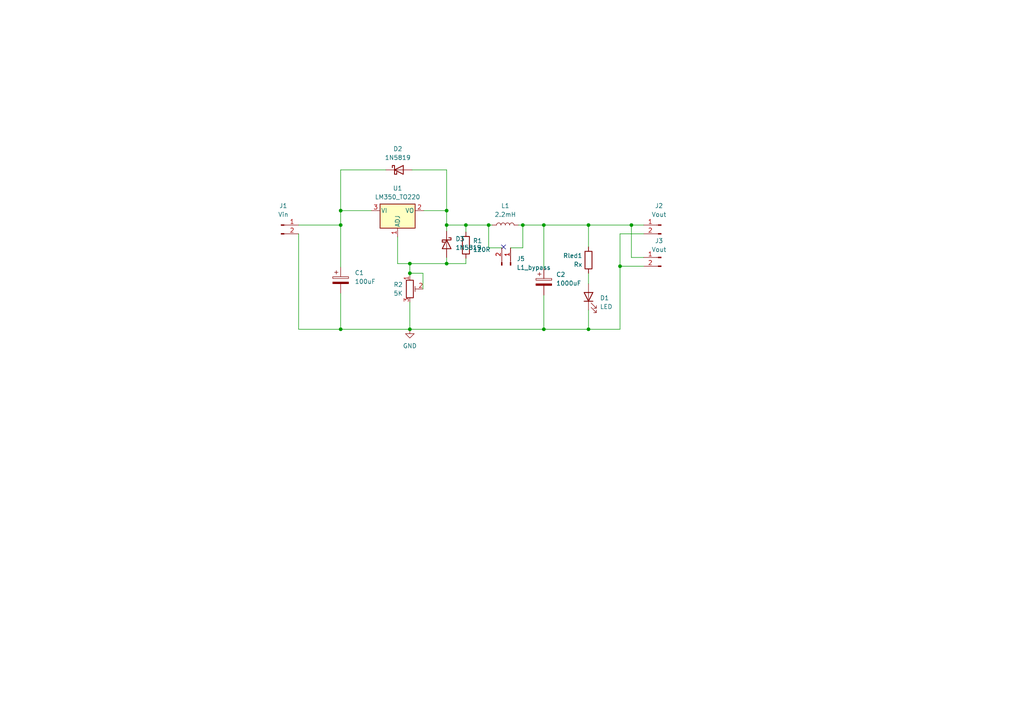
<source format=kicad_sch>
(kicad_sch (version 20230121) (generator eeschema)

  (uuid 6ee587ed-b4e3-4d4f-8182-29e51329fe85)

  (paper "A4")

  (lib_symbols
    (symbol "Connector:Conn_01x02_Male" (pin_names (offset 1.016) hide) (in_bom yes) (on_board yes)
      (property "Reference" "J" (at 0 2.54 0)
        (effects (font (size 1.27 1.27)))
      )
      (property "Value" "Conn_01x02_Male" (at 0 -5.08 0)
        (effects (font (size 1.27 1.27)))
      )
      (property "Footprint" "" (at 0 0 0)
        (effects (font (size 1.27 1.27)) hide)
      )
      (property "Datasheet" "~" (at 0 0 0)
        (effects (font (size 1.27 1.27)) hide)
      )
      (property "ki_keywords" "connector" (at 0 0 0)
        (effects (font (size 1.27 1.27)) hide)
      )
      (property "ki_description" "Generic connector, single row, 01x02, script generated (kicad-library-utils/schlib/autogen/connector/)" (at 0 0 0)
        (effects (font (size 1.27 1.27)) hide)
      )
      (property "ki_fp_filters" "Connector*:*_1x??_*" (at 0 0 0)
        (effects (font (size 1.27 1.27)) hide)
      )
      (symbol "Conn_01x02_Male_1_1"
        (polyline
          (pts
            (xy 1.27 -2.54)
            (xy 0.8636 -2.54)
          )
          (stroke (width 0.1524) (type default))
          (fill (type none))
        )
        (polyline
          (pts
            (xy 1.27 0)
            (xy 0.8636 0)
          )
          (stroke (width 0.1524) (type default))
          (fill (type none))
        )
        (rectangle (start 0.8636 -2.413) (end 0 -2.667)
          (stroke (width 0.1524) (type default))
          (fill (type outline))
        )
        (rectangle (start 0.8636 0.127) (end 0 -0.127)
          (stroke (width 0.1524) (type default))
          (fill (type outline))
        )
        (pin passive line (at 5.08 0 180) (length 3.81)
          (name "Pin_1" (effects (font (size 1.27 1.27))))
          (number "1" (effects (font (size 1.27 1.27))))
        )
        (pin passive line (at 5.08 -2.54 180) (length 3.81)
          (name "Pin_2" (effects (font (size 1.27 1.27))))
          (number "2" (effects (font (size 1.27 1.27))))
        )
      )
    )
    (symbol "Device:C_Polarized" (pin_numbers hide) (pin_names (offset 0.254)) (in_bom yes) (on_board yes)
      (property "Reference" "C" (at 0.635 2.54 0)
        (effects (font (size 1.27 1.27)) (justify left))
      )
      (property "Value" "C_Polarized" (at 0.635 -2.54 0)
        (effects (font (size 1.27 1.27)) (justify left))
      )
      (property "Footprint" "" (at 0.9652 -3.81 0)
        (effects (font (size 1.27 1.27)) hide)
      )
      (property "Datasheet" "~" (at 0 0 0)
        (effects (font (size 1.27 1.27)) hide)
      )
      (property "ki_keywords" "cap capacitor" (at 0 0 0)
        (effects (font (size 1.27 1.27)) hide)
      )
      (property "ki_description" "Polarized capacitor" (at 0 0 0)
        (effects (font (size 1.27 1.27)) hide)
      )
      (property "ki_fp_filters" "CP_*" (at 0 0 0)
        (effects (font (size 1.27 1.27)) hide)
      )
      (symbol "C_Polarized_0_1"
        (rectangle (start -2.286 0.508) (end 2.286 1.016)
          (stroke (width 0) (type default))
          (fill (type none))
        )
        (polyline
          (pts
            (xy -1.778 2.286)
            (xy -0.762 2.286)
          )
          (stroke (width 0) (type default))
          (fill (type none))
        )
        (polyline
          (pts
            (xy -1.27 2.794)
            (xy -1.27 1.778)
          )
          (stroke (width 0) (type default))
          (fill (type none))
        )
        (rectangle (start 2.286 -0.508) (end -2.286 -1.016)
          (stroke (width 0) (type default))
          (fill (type outline))
        )
      )
      (symbol "C_Polarized_1_1"
        (pin passive line (at 0 3.81 270) (length 2.794)
          (name "~" (effects (font (size 1.27 1.27))))
          (number "1" (effects (font (size 1.27 1.27))))
        )
        (pin passive line (at 0 -3.81 90) (length 2.794)
          (name "~" (effects (font (size 1.27 1.27))))
          (number "2" (effects (font (size 1.27 1.27))))
        )
      )
    )
    (symbol "Device:L" (pin_numbers hide) (pin_names (offset 1.016) hide) (in_bom yes) (on_board yes)
      (property "Reference" "L" (at -1.27 0 90)
        (effects (font (size 1.27 1.27)))
      )
      (property "Value" "L" (at 1.905 0 90)
        (effects (font (size 1.27 1.27)))
      )
      (property "Footprint" "" (at 0 0 0)
        (effects (font (size 1.27 1.27)) hide)
      )
      (property "Datasheet" "~" (at 0 0 0)
        (effects (font (size 1.27 1.27)) hide)
      )
      (property "ki_keywords" "inductor choke coil reactor magnetic" (at 0 0 0)
        (effects (font (size 1.27 1.27)) hide)
      )
      (property "ki_description" "Inductor" (at 0 0 0)
        (effects (font (size 1.27 1.27)) hide)
      )
      (property "ki_fp_filters" "Choke_* *Coil* Inductor_* L_*" (at 0 0 0)
        (effects (font (size 1.27 1.27)) hide)
      )
      (symbol "L_0_1"
        (arc (start 0 -2.54) (mid 0.6323 -1.905) (end 0 -1.27)
          (stroke (width 0) (type default))
          (fill (type none))
        )
        (arc (start 0 -1.27) (mid 0.6323 -0.635) (end 0 0)
          (stroke (width 0) (type default))
          (fill (type none))
        )
        (arc (start 0 0) (mid 0.6323 0.635) (end 0 1.27)
          (stroke (width 0) (type default))
          (fill (type none))
        )
        (arc (start 0 1.27) (mid 0.6323 1.905) (end 0 2.54)
          (stroke (width 0) (type default))
          (fill (type none))
        )
      )
      (symbol "L_1_1"
        (pin passive line (at 0 3.81 270) (length 1.27)
          (name "1" (effects (font (size 1.27 1.27))))
          (number "1" (effects (font (size 1.27 1.27))))
        )
        (pin passive line (at 0 -3.81 90) (length 1.27)
          (name "2" (effects (font (size 1.27 1.27))))
          (number "2" (effects (font (size 1.27 1.27))))
        )
      )
    )
    (symbol "Device:LED" (pin_numbers hide) (pin_names (offset 1.016) hide) (in_bom yes) (on_board yes)
      (property "Reference" "D" (at 0 2.54 0)
        (effects (font (size 1.27 1.27)))
      )
      (property "Value" "LED" (at 0 -2.54 0)
        (effects (font (size 1.27 1.27)))
      )
      (property "Footprint" "" (at 0 0 0)
        (effects (font (size 1.27 1.27)) hide)
      )
      (property "Datasheet" "~" (at 0 0 0)
        (effects (font (size 1.27 1.27)) hide)
      )
      (property "ki_keywords" "LED diode" (at 0 0 0)
        (effects (font (size 1.27 1.27)) hide)
      )
      (property "ki_description" "Light emitting diode" (at 0 0 0)
        (effects (font (size 1.27 1.27)) hide)
      )
      (property "ki_fp_filters" "LED* LED_SMD:* LED_THT:*" (at 0 0 0)
        (effects (font (size 1.27 1.27)) hide)
      )
      (symbol "LED_0_1"
        (polyline
          (pts
            (xy -1.27 -1.27)
            (xy -1.27 1.27)
          )
          (stroke (width 0.254) (type default))
          (fill (type none))
        )
        (polyline
          (pts
            (xy -1.27 0)
            (xy 1.27 0)
          )
          (stroke (width 0) (type default))
          (fill (type none))
        )
        (polyline
          (pts
            (xy 1.27 -1.27)
            (xy 1.27 1.27)
            (xy -1.27 0)
            (xy 1.27 -1.27)
          )
          (stroke (width 0.254) (type default))
          (fill (type none))
        )
        (polyline
          (pts
            (xy -3.048 -0.762)
            (xy -4.572 -2.286)
            (xy -3.81 -2.286)
            (xy -4.572 -2.286)
            (xy -4.572 -1.524)
          )
          (stroke (width 0) (type default))
          (fill (type none))
        )
        (polyline
          (pts
            (xy -1.778 -0.762)
            (xy -3.302 -2.286)
            (xy -2.54 -2.286)
            (xy -3.302 -2.286)
            (xy -3.302 -1.524)
          )
          (stroke (width 0) (type default))
          (fill (type none))
        )
      )
      (symbol "LED_1_1"
        (pin passive line (at -3.81 0 0) (length 2.54)
          (name "K" (effects (font (size 1.27 1.27))))
          (number "1" (effects (font (size 1.27 1.27))))
        )
        (pin passive line (at 3.81 0 180) (length 2.54)
          (name "A" (effects (font (size 1.27 1.27))))
          (number "2" (effects (font (size 1.27 1.27))))
        )
      )
    )
    (symbol "Device:R" (pin_numbers hide) (pin_names (offset 0)) (in_bom yes) (on_board yes)
      (property "Reference" "R" (at 2.032 0 90)
        (effects (font (size 1.27 1.27)))
      )
      (property "Value" "R" (at 0 0 90)
        (effects (font (size 1.27 1.27)))
      )
      (property "Footprint" "" (at -1.778 0 90)
        (effects (font (size 1.27 1.27)) hide)
      )
      (property "Datasheet" "~" (at 0 0 0)
        (effects (font (size 1.27 1.27)) hide)
      )
      (property "ki_keywords" "R res resistor" (at 0 0 0)
        (effects (font (size 1.27 1.27)) hide)
      )
      (property "ki_description" "Resistor" (at 0 0 0)
        (effects (font (size 1.27 1.27)) hide)
      )
      (property "ki_fp_filters" "R_*" (at 0 0 0)
        (effects (font (size 1.27 1.27)) hide)
      )
      (symbol "R_0_1"
        (rectangle (start -1.016 -2.54) (end 1.016 2.54)
          (stroke (width 0.254) (type default))
          (fill (type none))
        )
      )
      (symbol "R_1_1"
        (pin passive line (at 0 3.81 270) (length 1.27)
          (name "~" (effects (font (size 1.27 1.27))))
          (number "1" (effects (font (size 1.27 1.27))))
        )
        (pin passive line (at 0 -3.81 90) (length 1.27)
          (name "~" (effects (font (size 1.27 1.27))))
          (number "2" (effects (font (size 1.27 1.27))))
        )
      )
    )
    (symbol "Device:R_Potentiometer_Trim" (pin_names (offset 1.016) hide) (in_bom yes) (on_board yes)
      (property "Reference" "RV" (at -4.445 0 90)
        (effects (font (size 1.27 1.27)))
      )
      (property "Value" "R_Potentiometer_Trim" (at -2.54 0 90)
        (effects (font (size 1.27 1.27)))
      )
      (property "Footprint" "" (at 0 0 0)
        (effects (font (size 1.27 1.27)) hide)
      )
      (property "Datasheet" "~" (at 0 0 0)
        (effects (font (size 1.27 1.27)) hide)
      )
      (property "ki_keywords" "resistor variable trimpot trimmer" (at 0 0 0)
        (effects (font (size 1.27 1.27)) hide)
      )
      (property "ki_description" "Trim-potentiometer" (at 0 0 0)
        (effects (font (size 1.27 1.27)) hide)
      )
      (property "ki_fp_filters" "Potentiometer*" (at 0 0 0)
        (effects (font (size 1.27 1.27)) hide)
      )
      (symbol "R_Potentiometer_Trim_0_1"
        (polyline
          (pts
            (xy 1.524 0.762)
            (xy 1.524 -0.762)
          )
          (stroke (width 0) (type default))
          (fill (type none))
        )
        (polyline
          (pts
            (xy 2.54 0)
            (xy 1.524 0)
          )
          (stroke (width 0) (type default))
          (fill (type none))
        )
        (rectangle (start 1.016 2.54) (end -1.016 -2.54)
          (stroke (width 0.254) (type default))
          (fill (type none))
        )
      )
      (symbol "R_Potentiometer_Trim_1_1"
        (pin passive line (at 0 3.81 270) (length 1.27)
          (name "1" (effects (font (size 1.27 1.27))))
          (number "1" (effects (font (size 1.27 1.27))))
        )
        (pin passive line (at 3.81 0 180) (length 1.27)
          (name "2" (effects (font (size 1.27 1.27))))
          (number "2" (effects (font (size 1.27 1.27))))
        )
        (pin passive line (at 0 -3.81 90) (length 1.27)
          (name "3" (effects (font (size 1.27 1.27))))
          (number "3" (effects (font (size 1.27 1.27))))
        )
      )
    )
    (symbol "Diode:1N5819" (pin_numbers hide) (pin_names (offset 1.016) hide) (in_bom yes) (on_board yes)
      (property "Reference" "D" (at 0 2.54 0)
        (effects (font (size 1.27 1.27)))
      )
      (property "Value" "1N5819" (at 0 -2.54 0)
        (effects (font (size 1.27 1.27)))
      )
      (property "Footprint" "Diode_THT:D_DO-41_SOD81_P10.16mm_Horizontal" (at 0 -4.445 0)
        (effects (font (size 1.27 1.27)) hide)
      )
      (property "Datasheet" "http://www.vishay.com/docs/88525/1n5817.pdf" (at 0 0 0)
        (effects (font (size 1.27 1.27)) hide)
      )
      (property "ki_keywords" "diode Schottky" (at 0 0 0)
        (effects (font (size 1.27 1.27)) hide)
      )
      (property "ki_description" "40V 1A Schottky Barrier Rectifier Diode, DO-41" (at 0 0 0)
        (effects (font (size 1.27 1.27)) hide)
      )
      (property "ki_fp_filters" "D*DO?41*" (at 0 0 0)
        (effects (font (size 1.27 1.27)) hide)
      )
      (symbol "1N5819_0_1"
        (polyline
          (pts
            (xy 1.27 0)
            (xy -1.27 0)
          )
          (stroke (width 0) (type default))
          (fill (type none))
        )
        (polyline
          (pts
            (xy 1.27 1.27)
            (xy 1.27 -1.27)
            (xy -1.27 0)
            (xy 1.27 1.27)
          )
          (stroke (width 0.254) (type default))
          (fill (type none))
        )
        (polyline
          (pts
            (xy -1.905 0.635)
            (xy -1.905 1.27)
            (xy -1.27 1.27)
            (xy -1.27 -1.27)
            (xy -0.635 -1.27)
            (xy -0.635 -0.635)
          )
          (stroke (width 0.254) (type default))
          (fill (type none))
        )
      )
      (symbol "1N5819_1_1"
        (pin passive line (at -3.81 0 0) (length 2.54)
          (name "K" (effects (font (size 1.27 1.27))))
          (number "1" (effects (font (size 1.27 1.27))))
        )
        (pin passive line (at 3.81 0 180) (length 2.54)
          (name "A" (effects (font (size 1.27 1.27))))
          (number "2" (effects (font (size 1.27 1.27))))
        )
      )
    )
    (symbol "Regulator_Linear:LM350_TO220" (pin_names (offset 0.254)) (in_bom yes) (on_board yes)
      (property "Reference" "U" (at -3.81 3.175 0)
        (effects (font (size 1.27 1.27)))
      )
      (property "Value" "LM350_TO220" (at 0 3.175 0)
        (effects (font (size 1.27 1.27)) (justify left))
      )
      (property "Footprint" "Package_TO_SOT_THT:TO-220-3_Vertical" (at 0 6.35 0)
        (effects (font (size 1.27 1.27) italic) hide)
      )
      (property "Datasheet" "https://www.onsemi.com/pub/Collateral/LM350-D.pdf" (at 0 0 0)
        (effects (font (size 1.27 1.27)) hide)
      )
      (property "ki_keywords" "Adjustable Voltage Regulator 3A Positive" (at 0 0 0)
        (effects (font (size 1.27 1.27)) hide)
      )
      (property "ki_description" "3A 33V Adjustable Linear Regulator, TO-220" (at 0 0 0)
        (effects (font (size 1.27 1.27)) hide)
      )
      (property "ki_fp_filters" "TO?220*" (at 0 0 0)
        (effects (font (size 1.27 1.27)) hide)
      )
      (symbol "LM350_TO220_0_1"
        (rectangle (start -5.08 1.905) (end 5.08 -5.08)
          (stroke (width 0.254) (type default))
          (fill (type background))
        )
      )
      (symbol "LM350_TO220_1_1"
        (pin input line (at 0 -7.62 90) (length 2.54)
          (name "ADJ" (effects (font (size 1.27 1.27))))
          (number "1" (effects (font (size 1.27 1.27))))
        )
        (pin power_out line (at 7.62 0 180) (length 2.54)
          (name "VO" (effects (font (size 1.27 1.27))))
          (number "2" (effects (font (size 1.27 1.27))))
        )
        (pin power_in line (at -7.62 0 0) (length 2.54)
          (name "VI" (effects (font (size 1.27 1.27))))
          (number "3" (effects (font (size 1.27 1.27))))
        )
      )
    )
    (symbol "power:GND" (power) (pin_names (offset 0)) (in_bom yes) (on_board yes)
      (property "Reference" "#PWR" (at 0 -6.35 0)
        (effects (font (size 1.27 1.27)) hide)
      )
      (property "Value" "GND" (at 0 -3.81 0)
        (effects (font (size 1.27 1.27)))
      )
      (property "Footprint" "" (at 0 0 0)
        (effects (font (size 1.27 1.27)) hide)
      )
      (property "Datasheet" "" (at 0 0 0)
        (effects (font (size 1.27 1.27)) hide)
      )
      (property "ki_keywords" "global power" (at 0 0 0)
        (effects (font (size 1.27 1.27)) hide)
      )
      (property "ki_description" "Power symbol creates a global label with name \"GND\" , ground" (at 0 0 0)
        (effects (font (size 1.27 1.27)) hide)
      )
      (symbol "GND_0_1"
        (polyline
          (pts
            (xy 0 0)
            (xy 0 -1.27)
            (xy 1.27 -1.27)
            (xy 0 -2.54)
            (xy -1.27 -1.27)
            (xy 0 -1.27)
          )
          (stroke (width 0) (type default))
          (fill (type none))
        )
      )
      (symbol "GND_1_1"
        (pin power_in line (at 0 0 270) (length 0) hide
          (name "GND" (effects (font (size 1.27 1.27))))
          (number "1" (effects (font (size 1.27 1.27))))
        )
      )
    )
  )

  (junction (at 135.128 65.278) (diameter 0) (color 0 0 0 0)
    (uuid 1e8ed7e7-5768-4c13-813a-ac287fd8b764)
  )
  (junction (at 129.54 76.454) (diameter 0) (color 0 0 0 0)
    (uuid 3439aabb-0e9e-4f4f-9d02-d7c9dd061144)
  )
  (junction (at 118.872 76.454) (diameter 0) (color 0 0 0 0)
    (uuid 3f7d3327-f4ba-4723-aa86-c62b736755da)
  )
  (junction (at 129.54 61.087) (diameter 0) (color 0 0 0 0)
    (uuid 6063777e-1ed9-4164-a941-d47c8d60a59c)
  )
  (junction (at 170.688 95.504) (diameter 0) (color 0 0 0 0)
    (uuid 666e06ab-3a60-4699-a613-9fc977b4acf5)
  )
  (junction (at 118.872 95.504) (diameter 0) (color 0 0 0 0)
    (uuid 7d6bb62b-b7c1-495f-8737-b4a265011b3e)
  )
  (junction (at 170.688 65.278) (diameter 0) (color 0 0 0 0)
    (uuid 7dea52df-3449-4d96-8549-3dc4e27996c2)
  )
  (junction (at 157.734 65.278) (diameter 0) (color 0 0 0 0)
    (uuid 8c1f2c10-c284-428a-b3cd-0c20db114d3a)
  )
  (junction (at 179.832 77.216) (diameter 0) (color 0 0 0 0)
    (uuid 8c999780-1e1b-4d93-9623-e434200b9428)
  )
  (junction (at 98.806 61.087) (diameter 0) (color 0 0 0 0)
    (uuid b85ce757-0efe-465f-904c-a8cd0dd4fedf)
  )
  (junction (at 118.872 79.248) (diameter 0) (color 0 0 0 0)
    (uuid c105a353-c413-407d-ba10-7fefd62c97f4)
  )
  (junction (at 129.54 65.278) (diameter 0) (color 0 0 0 0)
    (uuid ce159324-e735-4b03-bb3b-c5b60d655d0c)
  )
  (junction (at 98.806 65.278) (diameter 0) (color 0 0 0 0)
    (uuid d1ab8570-d024-4b57-a90c-95a0af6b1cc4)
  )
  (junction (at 141.732 65.278) (diameter 0) (color 0 0 0 0)
    (uuid d8377835-b7e8-46a1-944b-2bb7b1f0db55)
  )
  (junction (at 183.134 65.278) (diameter 0) (color 0 0 0 0)
    (uuid e0a0314a-0ed5-44f7-9ca4-c22e40c72eb6)
  )
  (junction (at 151.638 65.278) (diameter 0) (color 0 0 0 0)
    (uuid f0657c50-5993-45b6-8868-4afb5a83e580)
  )
  (junction (at 157.734 95.504) (diameter 0) (color 0 0 0 0)
    (uuid f0e870bd-9dcb-4863-ba8b-506f670d2c5c)
  )
  (junction (at 98.806 95.504) (diameter 0) (color 0 0 0 0)
    (uuid f767deb9-8748-4f4d-b8fe-8c18135ffaa7)
  )

  (no_connect (at 146.05 71.628) (uuid 9f5e09ae-68b0-4c86-a09e-744fb6eb7c84))

  (wire (pts (xy 98.806 61.087) (xy 107.696 61.087))
    (stroke (width 0) (type default))
    (uuid 06bc3567-fd3c-4d98-9c00-023b4171a383)
  )
  (wire (pts (xy 129.54 65.278) (xy 129.54 67.056))
    (stroke (width 0) (type default))
    (uuid 07146cb7-89c2-4a42-956d-c281000aa612)
  )
  (wire (pts (xy 86.614 65.278) (xy 98.806 65.278))
    (stroke (width 0) (type default))
    (uuid 0b1d6adf-2f44-4474-9247-16e10fb6966d)
  )
  (wire (pts (xy 135.128 65.278) (xy 135.128 67.31))
    (stroke (width 0) (type default))
    (uuid 0cd76835-14d2-4a38-95d9-535ad6c5673a)
  )
  (wire (pts (xy 170.688 79.248) (xy 170.688 82.296))
    (stroke (width 0) (type default))
    (uuid 1055d027-c8bd-4ecb-b224-dd1a0b8324c6)
  )
  (wire (pts (xy 157.734 95.504) (xy 157.734 85.598))
    (stroke (width 0) (type default))
    (uuid 12b73a42-fb2a-44d2-9ef1-c02c0c232ae5)
  )
  (wire (pts (xy 170.688 65.278) (xy 170.688 71.628))
    (stroke (width 0) (type default))
    (uuid 230adb60-d08f-41c0-b2a6-665deff3ed39)
  )
  (wire (pts (xy 98.806 85.09) (xy 98.806 95.504))
    (stroke (width 0) (type default))
    (uuid 28c08647-17cb-4010-80f6-6cb72d66e0f4)
  )
  (wire (pts (xy 179.832 77.216) (xy 179.832 95.504))
    (stroke (width 0) (type default))
    (uuid 2c53e2b1-2aad-41bb-810b-420deae5a0b3)
  )
  (wire (pts (xy 157.734 65.278) (xy 170.688 65.278))
    (stroke (width 0) (type default))
    (uuid 2e98a3c3-5ab2-4e4d-9a0f-963cb08ab561)
  )
  (wire (pts (xy 151.638 65.278) (xy 157.734 65.278))
    (stroke (width 0) (type default))
    (uuid 3159d911-36b8-47f2-a9b8-50fc94ab741d)
  )
  (wire (pts (xy 98.806 49.276) (xy 98.806 61.087))
    (stroke (width 0) (type default))
    (uuid 32caffe9-f176-4f3f-ab00-74b521a4d607)
  )
  (wire (pts (xy 122.682 79.248) (xy 118.872 79.248))
    (stroke (width 0) (type default))
    (uuid 3716b501-ca25-410d-bfa2-985073a3d8bf)
  )
  (wire (pts (xy 98.806 95.504) (xy 118.872 95.504))
    (stroke (width 0) (type default))
    (uuid 3736e6c3-ae49-4a06-ab05-d9d6069d8442)
  )
  (wire (pts (xy 157.734 95.504) (xy 170.688 95.504))
    (stroke (width 0) (type default))
    (uuid 3aef1856-bc4c-4c6a-988b-66061543f68f)
  )
  (wire (pts (xy 186.69 74.676) (xy 183.134 74.676))
    (stroke (width 0) (type default))
    (uuid 3cbaae14-387f-4f46-a46c-0492bf35c77d)
  )
  (wire (pts (xy 98.806 61.087) (xy 98.806 65.278))
    (stroke (width 0) (type default))
    (uuid 47ea37fc-3448-4912-ad16-64926767ca69)
  )
  (wire (pts (xy 129.54 65.278) (xy 135.128 65.278))
    (stroke (width 0) (type default))
    (uuid 493ebccb-59d7-40dd-8c6b-55976a8c2381)
  )
  (wire (pts (xy 118.872 87.63) (xy 118.872 95.504))
    (stroke (width 0) (type default))
    (uuid 52577bfe-4214-496d-ac4e-faadd77a5259)
  )
  (wire (pts (xy 129.54 61.087) (xy 129.54 65.278))
    (stroke (width 0) (type default))
    (uuid 580c8bd8-0b14-492c-bcbd-ea52b261c9b3)
  )
  (wire (pts (xy 170.688 65.278) (xy 183.134 65.278))
    (stroke (width 0) (type default))
    (uuid 5cc43e77-0bff-428f-87da-92bab0a96ae3)
  )
  (wire (pts (xy 129.54 49.276) (xy 129.54 61.087))
    (stroke (width 0) (type default))
    (uuid 5dc40a68-1eef-4e5c-9af1-0283801619ff)
  )
  (wire (pts (xy 111.887 49.276) (xy 98.806 49.276))
    (stroke (width 0) (type default))
    (uuid 6008b89b-43b7-45e1-a5c8-baca4a058462)
  )
  (wire (pts (xy 122.682 83.82) (xy 122.682 79.248))
    (stroke (width 0) (type default))
    (uuid 61d0cc67-e477-4ef3-b686-cd8a3bb2b6f0)
  )
  (wire (pts (xy 118.872 76.454) (xy 118.872 79.248))
    (stroke (width 0) (type default))
    (uuid 636ef80f-f68e-4df8-b71e-b46956d2ea6c)
  )
  (wire (pts (xy 135.128 65.278) (xy 141.732 65.278))
    (stroke (width 0) (type default))
    (uuid 66a7db8d-d41e-4859-b3f1-b41a029e0b8f)
  )
  (wire (pts (xy 183.134 74.676) (xy 183.134 65.278))
    (stroke (width 0) (type default))
    (uuid 6a46512e-82af-4746-8bb9-0f8fd6628008)
  )
  (wire (pts (xy 141.732 71.882) (xy 141.732 65.278))
    (stroke (width 0) (type default))
    (uuid 82807fe9-606d-4e3f-9a1d-19baeab486d2)
  )
  (wire (pts (xy 170.688 95.504) (xy 179.832 95.504))
    (stroke (width 0) (type default))
    (uuid 8a416ec1-de22-43b6-836c-2b3f1ad19adb)
  )
  (wire (pts (xy 179.832 77.216) (xy 186.69 77.216))
    (stroke (width 0) (type default))
    (uuid 8ddf9098-e292-4c4c-946a-58a707a07e8a)
  )
  (wire (pts (xy 179.832 77.216) (xy 179.832 67.818))
    (stroke (width 0) (type default))
    (uuid 8f39e8db-fe9e-468a-a008-b2b5436781e2)
  )
  (wire (pts (xy 118.872 95.504) (xy 157.734 95.504))
    (stroke (width 0) (type default))
    (uuid 90644598-e95d-49c8-b50f-c3b7d1a69db5)
  )
  (wire (pts (xy 151.638 71.882) (xy 151.638 65.278))
    (stroke (width 0) (type default))
    (uuid 92195c4e-8137-415c-b221-4ed8a060ac19)
  )
  (wire (pts (xy 118.872 79.248) (xy 118.872 80.01))
    (stroke (width 0) (type default))
    (uuid 9338fdf8-c4e5-429a-9396-191a6d789659)
  )
  (wire (pts (xy 129.54 76.454) (xy 118.872 76.454))
    (stroke (width 0) (type default))
    (uuid 956a572c-8967-4dee-91ed-26544f9d6f88)
  )
  (wire (pts (xy 135.128 74.93) (xy 135.128 76.454))
    (stroke (width 0) (type default))
    (uuid 9595dbd4-6af1-4ca9-81ed-b890e9bb44fc)
  )
  (wire (pts (xy 141.732 65.278) (xy 142.748 65.278))
    (stroke (width 0) (type default))
    (uuid 9a5edcef-76c0-4467-a793-37d0dbf5f063)
  )
  (wire (pts (xy 115.316 76.454) (xy 118.872 76.454))
    (stroke (width 0) (type default))
    (uuid a3c0595c-24a7-4b86-9118-e5fda36131e5)
  )
  (wire (pts (xy 115.316 68.707) (xy 115.316 76.454))
    (stroke (width 0) (type default))
    (uuid a7af54b8-bb5e-4844-a897-9e59b9184671)
  )
  (wire (pts (xy 179.832 67.818) (xy 186.69 67.818))
    (stroke (width 0) (type default))
    (uuid acac8a07-36b8-4b65-9013-0c005f2bd067)
  )
  (wire (pts (xy 122.936 61.087) (xy 129.54 61.087))
    (stroke (width 0) (type default))
    (uuid aeb1193e-8203-448f-82cd-f0d0039f18b1)
  )
  (wire (pts (xy 129.54 74.676) (xy 129.54 76.454))
    (stroke (width 0) (type default))
    (uuid b1178fa2-f4b8-46fb-9d79-674bb268da87)
  )
  (wire (pts (xy 98.806 65.278) (xy 98.806 77.47))
    (stroke (width 0) (type default))
    (uuid b33ac259-e4ae-4509-a17a-5f208c5b700e)
  )
  (wire (pts (xy 150.368 65.278) (xy 151.638 65.278))
    (stroke (width 0) (type default))
    (uuid b7929601-0723-478a-b8c2-1a978c56bd0b)
  )
  (wire (pts (xy 86.614 67.818) (xy 86.614 95.504))
    (stroke (width 0) (type default))
    (uuid bc4f077b-9f0e-4e41-9d8c-f85d5880585a)
  )
  (wire (pts (xy 86.614 95.504) (xy 98.806 95.504))
    (stroke (width 0) (type default))
    (uuid c6fd32a2-9751-47d7-9e50-d73773143e35)
  )
  (wire (pts (xy 170.688 89.916) (xy 170.688 95.504))
    (stroke (width 0) (type default))
    (uuid c7d767cf-47de-4ea4-93d2-f069ca19e882)
  )
  (wire (pts (xy 157.734 65.278) (xy 157.734 77.978))
    (stroke (width 0) (type default))
    (uuid dfb9e980-57c5-43e4-a59a-c9db4d9a40d9)
  )
  (wire (pts (xy 135.128 76.454) (xy 129.54 76.454))
    (stroke (width 0) (type default))
    (uuid e33ff8c6-4328-4065-b83b-3f9e57d44bec)
  )
  (wire (pts (xy 119.507 49.276) (xy 129.54 49.276))
    (stroke (width 0) (type default))
    (uuid e4ddd8d2-5617-4908-b222-e67f82240f30)
  )
  (wire (pts (xy 145.542 71.882) (xy 141.732 71.882))
    (stroke (width 0) (type default))
    (uuid f2d5b547-a0c3-43db-aa34-7c62440fa564)
  )
  (wire (pts (xy 183.134 65.278) (xy 186.69 65.278))
    (stroke (width 0) (type default))
    (uuid fc19da84-8cc8-4174-998e-7492b938eaac)
  )
  (wire (pts (xy 148.082 71.882) (xy 151.638 71.882))
    (stroke (width 0) (type default))
    (uuid fef617cb-2a94-4ec8-894a-bc1a8b17a977)
  )

  (symbol (lib_id "Connector:Conn_01x02_Male") (at 81.534 65.278 0) (unit 1)
    (in_bom yes) (on_board yes) (dnp no) (fields_autoplaced)
    (uuid 01b1074b-23d1-4d73-8766-a8ed780966e0)
    (property "Reference" "J1" (at 82.169 59.69 0)
      (effects (font (size 1.27 1.27)))
    )
    (property "Value" "Vin" (at 82.169 62.23 0)
      (effects (font (size 1.27 1.27)))
    )
    (property "Footprint" "TerminalBlock:TerminalBlock_bornier-2_P5.08mm" (at 81.534 65.278 0)
      (effects (font (size 1.27 1.27)) hide)
    )
    (property "Datasheet" "~" (at 81.534 65.278 0)
      (effects (font (size 1.27 1.27)) hide)
    )
    (pin "1" (uuid df45ff84-03de-41fa-997c-0b45684a722f))
    (pin "2" (uuid a9d7597c-5ce3-481e-a462-f29ad6b4c6d8))
    (instances
      (project "ULN_PowerSupply_v2_0"
        (path "/6ee587ed-b4e3-4d4f-8182-29e51329fe85"
          (reference "J1") (unit 1)
        )
      )
    )
  )

  (symbol (lib_id "Connector:Conn_01x02_Male") (at 191.77 65.278 0) (mirror y) (unit 1)
    (in_bom yes) (on_board yes) (dnp no) (fields_autoplaced)
    (uuid 12d1d05d-8333-4f63-a511-7d1951165ab9)
    (property "Reference" "J2" (at 191.135 59.69 0)
      (effects (font (size 1.27 1.27)))
    )
    (property "Value" "Vout" (at 191.135 62.23 0)
      (effects (font (size 1.27 1.27)))
    )
    (property "Footprint" "TerminalBlock:TerminalBlock_bornier-2_P5.08mm" (at 191.77 65.278 0)
      (effects (font (size 1.27 1.27)) hide)
    )
    (property "Datasheet" "~" (at 191.77 65.278 0)
      (effects (font (size 1.27 1.27)) hide)
    )
    (pin "1" (uuid ef61fcb9-6ea5-48e3-9600-3ea903c90fc1))
    (pin "2" (uuid 84d3093a-d682-42bc-a459-06aa8fd9494f))
    (instances
      (project "ULN_PowerSupply_v2_0"
        (path "/6ee587ed-b4e3-4d4f-8182-29e51329fe85"
          (reference "J2") (unit 1)
        )
      )
    )
  )

  (symbol (lib_id "Device:C_Polarized") (at 98.806 81.28 0) (unit 1)
    (in_bom yes) (on_board yes) (dnp no) (fields_autoplaced)
    (uuid 22027211-983e-4c85-adda-49bc56742cc1)
    (property "Reference" "C1" (at 102.87 79.121 0)
      (effects (font (size 1.27 1.27)) (justify left))
    )
    (property "Value" "100uF" (at 102.87 81.661 0)
      (effects (font (size 1.27 1.27)) (justify left))
    )
    (property "Footprint" "Capacitor_THT:CP_Radial_D8.0mm_P3.50mm" (at 99.7712 85.09 0)
      (effects (font (size 1.27 1.27)) hide)
    )
    (property "Datasheet" "~" (at 98.806 81.28 0)
      (effects (font (size 1.27 1.27)) hide)
    )
    (pin "1" (uuid fce578d2-6bd0-4f0a-bd7b-23486fc4906c))
    (pin "2" (uuid 3608b9b8-7a11-438e-9f40-2acbc6fec95a))
    (instances
      (project "ULN_PowerSupply_v2_0"
        (path "/6ee587ed-b4e3-4d4f-8182-29e51329fe85"
          (reference "C1") (unit 1)
        )
      )
    )
  )

  (symbol (lib_id "Device:R") (at 170.688 75.438 0) (unit 1)
    (in_bom yes) (on_board yes) (dnp no) (fields_autoplaced)
    (uuid 48f95eb7-9640-4f89-ab79-60efc45c43ba)
    (property "Reference" "Rled1" (at 168.91 74.168 0)
      (effects (font (size 1.27 1.27)) (justify right))
    )
    (property "Value" "Rx" (at 168.91 76.708 0)
      (effects (font (size 1.27 1.27)) (justify right))
    )
    (property "Footprint" "Resistor_THT:R_Axial_DIN0207_L6.3mm_D2.5mm_P7.62mm_Horizontal" (at 168.91 75.438 90)
      (effects (font (size 1.27 1.27)) hide)
    )
    (property "Datasheet" "~" (at 170.688 75.438 0)
      (effects (font (size 1.27 1.27)) hide)
    )
    (pin "1" (uuid 2207fea8-b630-48bb-83c1-34b3c4f54226))
    (pin "2" (uuid c59f1281-177c-4732-a474-7cfeaecbfa3d))
    (instances
      (project "ULN_PowerSupply_v2_0"
        (path "/6ee587ed-b4e3-4d4f-8182-29e51329fe85"
          (reference "Rled1") (unit 1)
        )
      )
    )
  )

  (symbol (lib_id "Device:R_Potentiometer_Trim") (at 118.872 83.82 0) (unit 1)
    (in_bom yes) (on_board yes) (dnp no) (fields_autoplaced)
    (uuid 545d99da-6acd-4408-9cdd-9be361aa00eb)
    (property "Reference" "R2" (at 116.84 82.55 0)
      (effects (font (size 1.27 1.27)) (justify right))
    )
    (property "Value" "5K" (at 116.84 85.09 0)
      (effects (font (size 1.27 1.27)) (justify right))
    )
    (property "Footprint" "Potentiometer_THT:Potentiometer_Bourns_3296W_Vertical" (at 118.872 83.82 0)
      (effects (font (size 1.27 1.27)) hide)
    )
    (property "Datasheet" "~" (at 118.872 83.82 0)
      (effects (font (size 1.27 1.27)) hide)
    )
    (pin "1" (uuid 287e57af-f220-40cd-b795-28140824d4d7))
    (pin "2" (uuid 88ebf1f7-f053-4ec8-a72e-39d8d418db77))
    (pin "3" (uuid fca4a5d9-dc44-4f88-9995-956e6fdfd05a))
    (instances
      (project "ULN_PowerSupply_v2_0"
        (path "/6ee587ed-b4e3-4d4f-8182-29e51329fe85"
          (reference "R2") (unit 1)
        )
      )
    )
  )

  (symbol (lib_id "Regulator_Linear:LM350_TO220") (at 115.316 61.087 0) (unit 1)
    (in_bom yes) (on_board yes) (dnp no) (fields_autoplaced)
    (uuid 556751d5-ef35-4744-901d-cde8b71486c0)
    (property "Reference" "U1" (at 115.316 54.61 0)
      (effects (font (size 1.27 1.27)))
    )
    (property "Value" "LM350_TO220" (at 115.316 57.15 0)
      (effects (font (size 1.27 1.27)))
    )
    (property "Footprint" "Package_TO_SOT_THT:TO-220-3_Vertical" (at 115.316 54.737 0)
      (effects (font (size 1.27 1.27) italic) hide)
    )
    (property "Datasheet" "https://www.onsemi.com/pub/Collateral/LM350-D.pdf" (at 115.316 61.087 0)
      (effects (font (size 1.27 1.27)) hide)
    )
    (pin "1" (uuid 5da4b649-99d3-44a7-ab6f-8d5fae2ebcd4))
    (pin "2" (uuid 58553f73-9a32-458c-9f51-3f85e972a633))
    (pin "3" (uuid 0920a670-0f1f-43b1-9b7a-268d7a2f3b86))
    (instances
      (project "ULN_PowerSupply_v2_0"
        (path "/6ee587ed-b4e3-4d4f-8182-29e51329fe85"
          (reference "U1") (unit 1)
        )
      )
    )
  )

  (symbol (lib_id "Connector:Conn_01x02_Male") (at 148.082 76.962 270) (mirror x) (unit 1)
    (in_bom yes) (on_board yes) (dnp no) (fields_autoplaced)
    (uuid 8b0f5562-a99a-4b1a-974c-257b596dc6a9)
    (property "Reference" "J5" (at 149.86 75.057 90)
      (effects (font (size 1.27 1.27)) (justify left))
    )
    (property "Value" "L1_bypass" (at 149.86 77.597 90)
      (effects (font (size 1.27 1.27)) (justify left))
    )
    (property "Footprint" "TestPoint:TestPoint_2Pads_Pitch2.54mm_Drill0.8mm" (at 148.082 76.962 0)
      (effects (font (size 1.27 1.27)) hide)
    )
    (property "Datasheet" "~" (at 148.082 76.962 0)
      (effects (font (size 1.27 1.27)) hide)
    )
    (pin "1" (uuid 78701d6d-d25f-4602-b8a5-a936a8dac6c1))
    (pin "2" (uuid 5eeaf22b-39fe-4bd5-ac83-626f48ca5e2a))
    (instances
      (project "ULN_PowerSupply_v2_0"
        (path "/6ee587ed-b4e3-4d4f-8182-29e51329fe85"
          (reference "J5") (unit 1)
        )
      )
    )
  )

  (symbol (lib_id "Connector:Conn_01x02_Male") (at 191.77 74.676 0) (mirror y) (unit 1)
    (in_bom yes) (on_board yes) (dnp no) (fields_autoplaced)
    (uuid 925f411f-cb17-499d-b2ce-0e3f7ab35dbd)
    (property "Reference" "J3" (at 191.135 69.85 0)
      (effects (font (size 1.27 1.27)))
    )
    (property "Value" "Vout" (at 191.135 72.39 0)
      (effects (font (size 1.27 1.27)))
    )
    (property "Footprint" "TerminalBlock:TerminalBlock_bornier-2_P5.08mm" (at 191.77 74.676 0)
      (effects (font (size 1.27 1.27)) hide)
    )
    (property "Datasheet" "~" (at 191.77 74.676 0)
      (effects (font (size 1.27 1.27)) hide)
    )
    (pin "1" (uuid bb609999-438c-46df-bcf3-9075d29346f0))
    (pin "2" (uuid c45950c1-c370-437a-b12e-d40df1b7506e))
    (instances
      (project "ULN_PowerSupply_v2_0"
        (path "/6ee587ed-b4e3-4d4f-8182-29e51329fe85"
          (reference "J3") (unit 1)
        )
      )
    )
  )

  (symbol (lib_id "Diode:1N5819") (at 129.54 70.866 270) (unit 1)
    (in_bom yes) (on_board yes) (dnp no) (fields_autoplaced)
    (uuid b416e77c-b0fe-42ab-babb-b6de7289c166)
    (property "Reference" "D3" (at 132.08 69.2785 90)
      (effects (font (size 1.27 1.27)) (justify left))
    )
    (property "Value" "1N5819" (at 132.08 71.8185 90)
      (effects (font (size 1.27 1.27)) (justify left))
    )
    (property "Footprint" "Diode_THT:D_DO-41_SOD81_P10.16mm_Horizontal" (at 125.095 70.866 0)
      (effects (font (size 1.27 1.27)) hide)
    )
    (property "Datasheet" "http://www.vishay.com/docs/88525/1n5817.pdf" (at 129.54 70.866 0)
      (effects (font (size 1.27 1.27)) hide)
    )
    (pin "1" (uuid a57974be-f805-4240-978d-cbba89655302))
    (pin "2" (uuid 77111a12-4b43-4231-95e1-c1dfe4d77f1f))
    (instances
      (project "ULN_PowerSupply_v2_0"
        (path "/6ee587ed-b4e3-4d4f-8182-29e51329fe85"
          (reference "D3") (unit 1)
        )
      )
    )
  )

  (symbol (lib_id "Diode:1N5819") (at 115.697 49.276 0) (unit 1)
    (in_bom yes) (on_board yes) (dnp no) (fields_autoplaced)
    (uuid bea206b5-bd0e-493d-837b-a0f910b2e300)
    (property "Reference" "D2" (at 115.3795 43.18 0)
      (effects (font (size 1.27 1.27)))
    )
    (property "Value" "1N5819" (at 115.3795 45.72 0)
      (effects (font (size 1.27 1.27)))
    )
    (property "Footprint" "Diode_THT:D_DO-41_SOD81_P10.16mm_Horizontal" (at 115.697 53.721 0)
      (effects (font (size 1.27 1.27)) hide)
    )
    (property "Datasheet" "http://www.vishay.com/docs/88525/1n5817.pdf" (at 115.697 49.276 0)
      (effects (font (size 1.27 1.27)) hide)
    )
    (pin "1" (uuid 2d8e59fb-9810-476a-b775-cbd972e7bba5))
    (pin "2" (uuid 89641a24-e377-4748-9f54-fd6ebb47a5ac))
    (instances
      (project "ULN_PowerSupply_v2_0"
        (path "/6ee587ed-b4e3-4d4f-8182-29e51329fe85"
          (reference "D2") (unit 1)
        )
      )
    )
  )

  (symbol (lib_id "Device:C_Polarized") (at 157.734 81.788 0) (unit 1)
    (in_bom yes) (on_board yes) (dnp no) (fields_autoplaced)
    (uuid c8e090d4-c854-48be-a38a-2948209e3f45)
    (property "Reference" "C2" (at 161.29 79.629 0)
      (effects (font (size 1.27 1.27)) (justify left))
    )
    (property "Value" "1000uF" (at 161.29 82.169 0)
      (effects (font (size 1.27 1.27)) (justify left))
    )
    (property "Footprint" "Capacitor_THT:CP_Radial_D16.0mm_P7.50mm" (at 158.6992 85.598 0)
      (effects (font (size 1.27 1.27)) hide)
    )
    (property "Datasheet" "~" (at 157.734 81.788 0)
      (effects (font (size 1.27 1.27)) hide)
    )
    (pin "1" (uuid c27a7299-5f17-48b3-8833-9f746fe1646b))
    (pin "2" (uuid 1b32d187-1c91-4483-8a7d-d9316b3ffe8c))
    (instances
      (project "ULN_PowerSupply_v2_0"
        (path "/6ee587ed-b4e3-4d4f-8182-29e51329fe85"
          (reference "C2") (unit 1)
        )
      )
    )
  )

  (symbol (lib_id "Device:R") (at 135.128 71.12 0) (unit 1)
    (in_bom yes) (on_board yes) (dnp no) (fields_autoplaced)
    (uuid d060d5d1-ebd7-4202-9d18-bfbf2f61367c)
    (property "Reference" "R1" (at 137.16 69.85 0)
      (effects (font (size 1.27 1.27)) (justify left))
    )
    (property "Value" "120R" (at 137.16 72.39 0)
      (effects (font (size 1.27 1.27)) (justify left))
    )
    (property "Footprint" "Resistor_THT:R_Axial_DIN0207_L6.3mm_D2.5mm_P7.62mm_Horizontal" (at 133.35 71.12 90)
      (effects (font (size 1.27 1.27)) hide)
    )
    (property "Datasheet" "~" (at 135.128 71.12 0)
      (effects (font (size 1.27 1.27)) hide)
    )
    (pin "1" (uuid a29ad31b-9101-49d6-af15-d19842f0ec10))
    (pin "2" (uuid 570f345c-1bc8-45c4-93d5-07e3ae791af6))
    (instances
      (project "ULN_PowerSupply_v2_0"
        (path "/6ee587ed-b4e3-4d4f-8182-29e51329fe85"
          (reference "R1") (unit 1)
        )
      )
    )
  )

  (symbol (lib_id "Device:LED") (at 170.688 86.106 90) (unit 1)
    (in_bom yes) (on_board yes) (dnp no) (fields_autoplaced)
    (uuid dc49ca0c-3e8f-47c9-9e1a-f513cf1aeca5)
    (property "Reference" "D1" (at 173.99 86.4235 90)
      (effects (font (size 1.27 1.27)) (justify right))
    )
    (property "Value" "LED" (at 173.99 88.9635 90)
      (effects (font (size 1.27 1.27)) (justify right))
    )
    (property "Footprint" "LED_THT:LED_D3.0mm" (at 170.688 86.106 0)
      (effects (font (size 1.27 1.27)) hide)
    )
    (property "Datasheet" "~" (at 170.688 86.106 0)
      (effects (font (size 1.27 1.27)) hide)
    )
    (pin "1" (uuid 1b5ce13c-c641-42db-85c2-c5b5744690d2))
    (pin "2" (uuid 3705531b-657c-406b-8295-4244403611dd))
    (instances
      (project "ULN_PowerSupply_v2_0"
        (path "/6ee587ed-b4e3-4d4f-8182-29e51329fe85"
          (reference "D1") (unit 1)
        )
      )
    )
  )

  (symbol (lib_id "Device:L") (at 146.558 65.278 90) (unit 1)
    (in_bom yes) (on_board yes) (dnp no) (fields_autoplaced)
    (uuid fcf5ae9c-b78f-4cf6-94c9-37cf0033f5f7)
    (property "Reference" "L1" (at 146.558 59.69 90)
      (effects (font (size 1.27 1.27)))
    )
    (property "Value" "2.2mH" (at 146.558 62.23 90)
      (effects (font (size 1.27 1.27)))
    )
    (property "Footprint" "Inductor_THT:L_Radial_D21.0mm_P19.00mm" (at 146.558 65.278 0)
      (effects (font (size 1.27 1.27)) hide)
    )
    (property "Datasheet" "~" (at 146.558 65.278 0)
      (effects (font (size 1.27 1.27)) hide)
    )
    (pin "1" (uuid ded22f5f-63ba-4a20-baaf-04d2bd0bdc34))
    (pin "2" (uuid abb12d6d-3248-4ad8-8b87-5a33d3cff080))
    (instances
      (project "ULN_PowerSupply_v2_0"
        (path "/6ee587ed-b4e3-4d4f-8182-29e51329fe85"
          (reference "L1") (unit 1)
        )
      )
    )
  )

  (symbol (lib_id "power:GND") (at 118.872 95.504 0) (unit 1)
    (in_bom yes) (on_board yes) (dnp no) (fields_autoplaced)
    (uuid ffc45448-a40c-4633-aec4-1418ee6390de)
    (property "Reference" "#PWR0101" (at 118.872 101.854 0)
      (effects (font (size 1.27 1.27)) hide)
    )
    (property "Value" "GND" (at 118.872 100.33 0)
      (effects (font (size 1.27 1.27)))
    )
    (property "Footprint" "" (at 118.872 95.504 0)
      (effects (font (size 1.27 1.27)) hide)
    )
    (property "Datasheet" "" (at 118.872 95.504 0)
      (effects (font (size 1.27 1.27)) hide)
    )
    (pin "1" (uuid 0c68f2ae-4b3d-4656-aec1-2a23ea5b6ead))
    (instances
      (project "ULN_PowerSupply_v2_0"
        (path "/6ee587ed-b4e3-4d4f-8182-29e51329fe85"
          (reference "#PWR0101") (unit 1)
        )
      )
    )
  )

  (sheet_instances
    (path "/" (page "1"))
  )
)

</source>
